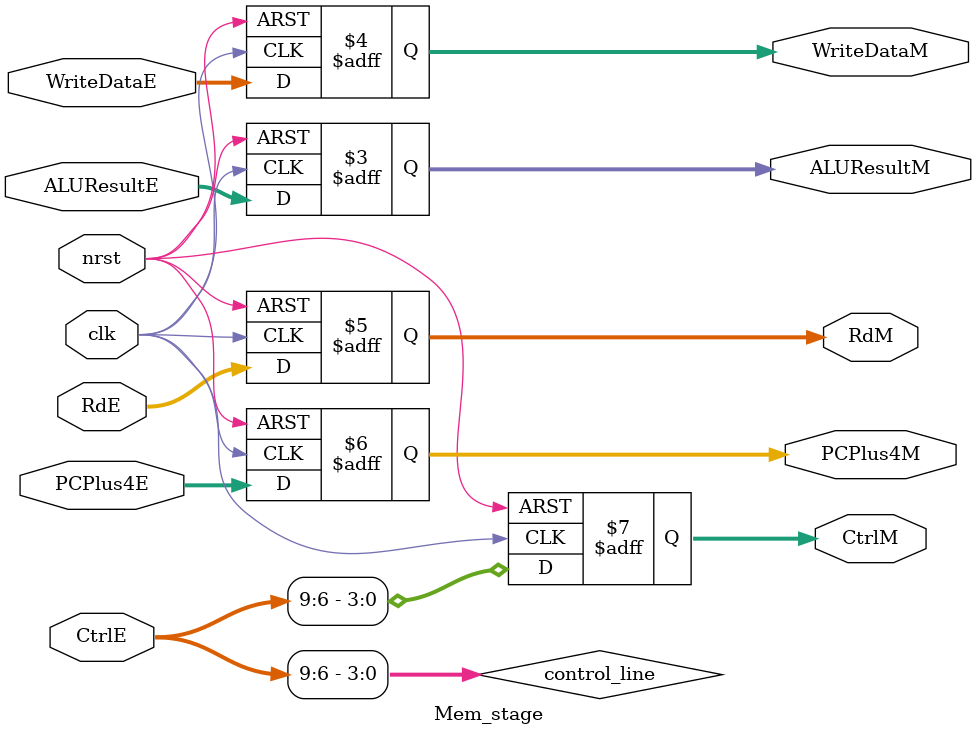
<source format=sv>
`timescale 1ns / 1ps

module Mem_stage(
    input                   clk,
    input                   nrst,
    input           [31:0]  ALUResultE,
    input           [31:0]  WriteDataE,
    input           [4:0]   RdE,
    input           [31:0]  PCPlus4E,
    input           [9:0]   CtrlE,
    output logic    [31:0]  ALUResultM,
    output logic    [31:0]  WriteDataM,
    output logic    [4:0]   RdM,
    output logic    [31:0]  PCPlus4M,
    output logic    [3:0]   CtrlM
    );
    
    wire [3:0] control_line;
    assign control_line = CtrlE[9:6];
    
    always_ff@(posedge clk or negedge nrst) begin
        if(!nrst) begin
            ALUResultM  <=  32'b0;
            WriteDataM  <=  32'b0;
            RdM         <=  5'b0;
            PCPlus4M    <=  32'b0;
            CtrlM       <=  4'b0;
        end   
        else begin
            ALUResultM  <=  ALUResultE;
            WriteDataM  <=  WriteDataE;
            RdM         <=  RdE; 
            PCPlus4M    <=  PCPlus4E;
            CtrlM       <=  control_line;
        end 
    end
    
    
endmodule

</source>
